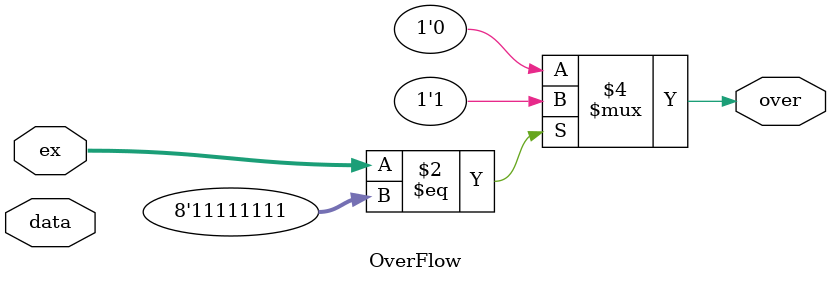
<source format=v>
module OverFlow(ex,data,over);
input[7:0] ex;
input[22:0]data;
output reg over;

always @* begin
	if(ex==8'b1111_1111)begin
		over=1'b1;
	end
	else begin
		over=1'b0;
	end
end

endmodule

</source>
